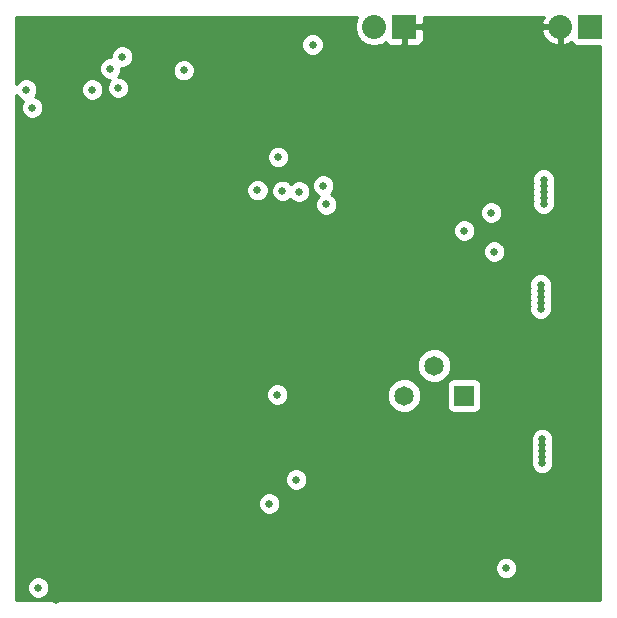
<source format=gbr>
G04 #@! TF.FileFunction,Copper,L3,Inr,Mixed*
%FSLAX46Y46*%
G04 Gerber Fmt 4.6, Leading zero omitted, Abs format (unit mm)*
G04 Created by KiCad (PCBNEW (2015-03-31 BZR 5561)-product) date Tue 28 Apr 2015 10:13:20 PM CDT*
%MOMM*%
G01*
G04 APERTURE LIST*
%ADD10C,0.100000*%
%ADD11C,1.651000*%
%ADD12R,1.651000X1.651000*%
%ADD13R,2.032000X2.032000*%
%ADD14O,2.032000X2.032000*%
%ADD15C,0.635000*%
%ADD16C,0.254000*%
G04 APERTURE END LIST*
D10*
D11*
X107696000Y-134366000D03*
X110236000Y-131826000D03*
D12*
X112776000Y-134366000D03*
D13*
X107696000Y-103124000D03*
D14*
X105156000Y-103124000D03*
D13*
X123444000Y-103124000D03*
D14*
X120904000Y-103124000D03*
D15*
X119380000Y-140081000D03*
X119380000Y-139573000D03*
X119380000Y-139065000D03*
X119380000Y-138557000D03*
X119380000Y-138049000D03*
X119253000Y-127000000D03*
X119253000Y-126492000D03*
X119253000Y-125984000D03*
X119253000Y-125476000D03*
X119253000Y-124968000D03*
X119507000Y-118110000D03*
X119507000Y-117602000D03*
X119507000Y-117094000D03*
X119507000Y-116586000D03*
X119507000Y-116078000D03*
X85344000Y-103124000D03*
X87615855Y-106665855D03*
X90424000Y-106934000D03*
X85598000Y-143764000D03*
X81534000Y-115570000D03*
X93472000Y-124968000D03*
X88392000Y-109728000D03*
X122174000Y-106934000D03*
X116078000Y-111506000D03*
X122174000Y-105918000D03*
X121158000Y-106934000D03*
X121158000Y-105918000D03*
X116332000Y-107950000D03*
X117016881Y-106757119D03*
X113792000Y-114300000D03*
X113792000Y-113284000D03*
X116078000Y-110236000D03*
X116078000Y-108966000D03*
X106426000Y-117856000D03*
X108458000Y-124206000D03*
X106426000Y-127508000D03*
X88646000Y-115570000D03*
X83820000Y-110236000D03*
X80518000Y-110490000D03*
X78232000Y-151638000D03*
X98806000Y-133350000D03*
X98806000Y-118872000D03*
X96012000Y-118872000D03*
X99314000Y-125476000D03*
X105156000Y-141478000D03*
X105156000Y-139446000D03*
X94996000Y-138430000D03*
X94996000Y-142494000D03*
X87630000Y-148844000D03*
X88392000Y-148082000D03*
X82550000Y-139192000D03*
X87376000Y-140462000D03*
X80772000Y-130810000D03*
X84836000Y-135382000D03*
X82296000Y-134112000D03*
X92964000Y-127508000D03*
X91186000Y-127000000D03*
X81824702Y-128270000D03*
X80010000Y-127000000D03*
X80010000Y-127762000D03*
X88392000Y-119126000D03*
X89408000Y-120142000D03*
X86868000Y-122428000D03*
X78232000Y-117348000D03*
X81788000Y-119380000D03*
X112522000Y-144780000D03*
X107188000Y-144526000D03*
X99822000Y-144018000D03*
X101600000Y-108712000D03*
X94867479Y-144387118D03*
X119380000Y-130556000D03*
X119380000Y-131064000D03*
X119380000Y-130048000D03*
X119380000Y-129540000D03*
X119380000Y-131572000D03*
X89916000Y-113792000D03*
X93980000Y-114554000D03*
X118872000Y-144399000D03*
X116332000Y-148971000D03*
X112776000Y-120396000D03*
X115316000Y-122174000D03*
X96951000Y-134289000D03*
X76708000Y-150622000D03*
X97028000Y-114173000D03*
X99951868Y-104648000D03*
X98806000Y-117094000D03*
X83479678Y-108318280D03*
X82804000Y-106680000D03*
X101092000Y-118173490D03*
X95274993Y-116972765D03*
X96266000Y-143510000D03*
X98552000Y-141478000D03*
X115062000Y-118872000D03*
X83820000Y-105664000D03*
X97396280Y-117043180D03*
X89045368Y-106816922D03*
X81280000Y-108458000D03*
X100838000Y-116586000D03*
X76200000Y-109982000D03*
X75692000Y-108458000D03*
D16*
G36*
X124283000Y-151715000D02*
X120777000Y-151715000D01*
X120777000Y-104610836D01*
X120777000Y-103251000D01*
X119416633Y-103251000D01*
X119298017Y-103506946D01*
X119566812Y-104092379D01*
X120039182Y-104530385D01*
X120521056Y-104729975D01*
X120777000Y-104610836D01*
X120777000Y-151715000D01*
X120459665Y-151715000D01*
X120459665Y-117921367D01*
X120432768Y-117856273D01*
X120459335Y-117792295D01*
X120459665Y-117413367D01*
X120432768Y-117348273D01*
X120459335Y-117284295D01*
X120459665Y-116905367D01*
X120432768Y-116840273D01*
X120459335Y-116776295D01*
X120459665Y-116397367D01*
X120432768Y-116332273D01*
X120459335Y-116268295D01*
X120459665Y-115889367D01*
X120314961Y-115539157D01*
X120047253Y-115270980D01*
X119697295Y-115125665D01*
X119318367Y-115125335D01*
X118968157Y-115270039D01*
X118699980Y-115537747D01*
X118554665Y-115887705D01*
X118554335Y-116266633D01*
X118581231Y-116331726D01*
X118554665Y-116395705D01*
X118554335Y-116774633D01*
X118581231Y-116839726D01*
X118554665Y-116903705D01*
X118554335Y-117282633D01*
X118581231Y-117347726D01*
X118554665Y-117411705D01*
X118554335Y-117790633D01*
X118581231Y-117855726D01*
X118554665Y-117919705D01*
X118554335Y-118298633D01*
X118699039Y-118648843D01*
X118966747Y-118917020D01*
X119316705Y-119062335D01*
X119695633Y-119062665D01*
X120045843Y-118917961D01*
X120314020Y-118650253D01*
X120459335Y-118300295D01*
X120459665Y-117921367D01*
X120459665Y-151715000D01*
X120332665Y-151715000D01*
X120332665Y-139892367D01*
X120305768Y-139827273D01*
X120332335Y-139763295D01*
X120332665Y-139384367D01*
X120305768Y-139319273D01*
X120332335Y-139255295D01*
X120332665Y-138876367D01*
X120305768Y-138811273D01*
X120332335Y-138747295D01*
X120332665Y-138368367D01*
X120305768Y-138303273D01*
X120332335Y-138239295D01*
X120332665Y-137860367D01*
X120205665Y-137553003D01*
X120205665Y-126811367D01*
X120178768Y-126746273D01*
X120205335Y-126682295D01*
X120205665Y-126303367D01*
X120178768Y-126238273D01*
X120205335Y-126174295D01*
X120205665Y-125795367D01*
X120178768Y-125730273D01*
X120205335Y-125666295D01*
X120205665Y-125287367D01*
X120178768Y-125222273D01*
X120205335Y-125158295D01*
X120205665Y-124779367D01*
X120060961Y-124429157D01*
X119793253Y-124160980D01*
X119443295Y-124015665D01*
X119064367Y-124015335D01*
X118714157Y-124160039D01*
X118445980Y-124427747D01*
X118300665Y-124777705D01*
X118300335Y-125156633D01*
X118327231Y-125221726D01*
X118300665Y-125285705D01*
X118300335Y-125664633D01*
X118327231Y-125729726D01*
X118300665Y-125793705D01*
X118300335Y-126172633D01*
X118327231Y-126237726D01*
X118300665Y-126301705D01*
X118300335Y-126680633D01*
X118327231Y-126745726D01*
X118300665Y-126809705D01*
X118300335Y-127188633D01*
X118445039Y-127538843D01*
X118712747Y-127807020D01*
X119062705Y-127952335D01*
X119441633Y-127952665D01*
X119791843Y-127807961D01*
X120060020Y-127540253D01*
X120205335Y-127190295D01*
X120205665Y-126811367D01*
X120205665Y-137553003D01*
X120187961Y-137510157D01*
X119920253Y-137241980D01*
X119570295Y-137096665D01*
X119191367Y-137096335D01*
X118841157Y-137241039D01*
X118572980Y-137508747D01*
X118427665Y-137858705D01*
X118427335Y-138237633D01*
X118454231Y-138302726D01*
X118427665Y-138366705D01*
X118427335Y-138745633D01*
X118454231Y-138810726D01*
X118427665Y-138874705D01*
X118427335Y-139253633D01*
X118454231Y-139318726D01*
X118427665Y-139382705D01*
X118427335Y-139761633D01*
X118454231Y-139826726D01*
X118427665Y-139890705D01*
X118427335Y-140269633D01*
X118572039Y-140619843D01*
X118839747Y-140888020D01*
X119189705Y-141033335D01*
X119568633Y-141033665D01*
X119918843Y-140888961D01*
X120187020Y-140621253D01*
X120332335Y-140271295D01*
X120332665Y-139892367D01*
X120332665Y-151715000D01*
X117284665Y-151715000D01*
X117284665Y-148782367D01*
X117139961Y-148432157D01*
X116872253Y-148163980D01*
X116522295Y-148018665D01*
X116268665Y-148018444D01*
X116268665Y-121985367D01*
X116123961Y-121635157D01*
X116014665Y-121525669D01*
X116014665Y-118683367D01*
X115869961Y-118333157D01*
X115602253Y-118064980D01*
X115252295Y-117919665D01*
X114873367Y-117919335D01*
X114523157Y-118064039D01*
X114254980Y-118331747D01*
X114109665Y-118681705D01*
X114109335Y-119060633D01*
X114254039Y-119410843D01*
X114521747Y-119679020D01*
X114871705Y-119824335D01*
X115250633Y-119824665D01*
X115600843Y-119679961D01*
X115869020Y-119412253D01*
X116014335Y-119062295D01*
X116014665Y-118683367D01*
X116014665Y-121525669D01*
X115856253Y-121366980D01*
X115506295Y-121221665D01*
X115127367Y-121221335D01*
X114777157Y-121366039D01*
X114508980Y-121633747D01*
X114363665Y-121983705D01*
X114363335Y-122362633D01*
X114508039Y-122712843D01*
X114775747Y-122981020D01*
X115125705Y-123126335D01*
X115504633Y-123126665D01*
X115854843Y-122981961D01*
X116123020Y-122714253D01*
X116268335Y-122364295D01*
X116268665Y-121985367D01*
X116268665Y-148018444D01*
X116143367Y-148018335D01*
X115793157Y-148163039D01*
X115524980Y-148430747D01*
X115379665Y-148780705D01*
X115379335Y-149159633D01*
X115524039Y-149509843D01*
X115791747Y-149778020D01*
X116141705Y-149923335D01*
X116520633Y-149923665D01*
X116870843Y-149778961D01*
X117139020Y-149511253D01*
X117284335Y-149161295D01*
X117284665Y-148782367D01*
X117284665Y-151715000D01*
X114248940Y-151715000D01*
X114248940Y-135191500D01*
X114248940Y-133540500D01*
X114201963Y-133298377D01*
X114062173Y-133085573D01*
X113851140Y-132943123D01*
X113728665Y-132918561D01*
X113728665Y-120207367D01*
X113583961Y-119857157D01*
X113316253Y-119588980D01*
X112966295Y-119443665D01*
X112587367Y-119443335D01*
X112237157Y-119588039D01*
X111968980Y-119855747D01*
X111823665Y-120205705D01*
X111823335Y-120584633D01*
X111968039Y-120934843D01*
X112235747Y-121203020D01*
X112585705Y-121348335D01*
X112964633Y-121348665D01*
X113314843Y-121203961D01*
X113583020Y-120936253D01*
X113728335Y-120586295D01*
X113728665Y-120207367D01*
X113728665Y-132918561D01*
X113601500Y-132893060D01*
X111950500Y-132893060D01*
X111708377Y-132940037D01*
X111696753Y-132947672D01*
X111696753Y-131536763D01*
X111474874Y-130999774D01*
X111064387Y-130588570D01*
X110527786Y-130365754D01*
X109946763Y-130365247D01*
X109409774Y-130587126D01*
X109347000Y-130649790D01*
X109347000Y-104266309D01*
X109347000Y-103409750D01*
X109188250Y-103251000D01*
X107823000Y-103251000D01*
X107823000Y-104616250D01*
X107981750Y-104775000D01*
X108585691Y-104775000D01*
X108838310Y-104775000D01*
X109071699Y-104678327D01*
X109250327Y-104499698D01*
X109347000Y-104266309D01*
X109347000Y-130649790D01*
X108998570Y-130997613D01*
X108775754Y-131534214D01*
X108775247Y-132115237D01*
X108997126Y-132652226D01*
X109407613Y-133063430D01*
X109944214Y-133286246D01*
X110525237Y-133286753D01*
X111062226Y-133064874D01*
X111473430Y-132654387D01*
X111696246Y-132117786D01*
X111696753Y-131536763D01*
X111696753Y-132947672D01*
X111495573Y-133079827D01*
X111353123Y-133290860D01*
X111303060Y-133540500D01*
X111303060Y-135191500D01*
X111350037Y-135433623D01*
X111489827Y-135646427D01*
X111700860Y-135788877D01*
X111950500Y-135838940D01*
X113601500Y-135838940D01*
X113843623Y-135791963D01*
X114056427Y-135652173D01*
X114198877Y-135441140D01*
X114248940Y-135191500D01*
X114248940Y-151715000D01*
X109156753Y-151715000D01*
X109156753Y-134076763D01*
X108934874Y-133539774D01*
X108524387Y-133128570D01*
X107987786Y-132905754D01*
X107406763Y-132905247D01*
X106869774Y-133127126D01*
X106458570Y-133537613D01*
X106235754Y-134074214D01*
X106235247Y-134655237D01*
X106457126Y-135192226D01*
X106867613Y-135603430D01*
X107404214Y-135826246D01*
X107985237Y-135826753D01*
X108522226Y-135604874D01*
X108933430Y-135194387D01*
X109156246Y-134657786D01*
X109156753Y-134076763D01*
X109156753Y-151715000D01*
X102044665Y-151715000D01*
X102044665Y-117984857D01*
X101899961Y-117634647D01*
X101632253Y-117366470D01*
X101471323Y-117299646D01*
X101645020Y-117126253D01*
X101790335Y-116776295D01*
X101790665Y-116397367D01*
X101645961Y-116047157D01*
X101378253Y-115778980D01*
X101028295Y-115633665D01*
X100904533Y-115633557D01*
X100904533Y-104459367D01*
X100759829Y-104109157D01*
X100492121Y-103840980D01*
X100142163Y-103695665D01*
X99763235Y-103695335D01*
X99413025Y-103840039D01*
X99144848Y-104107747D01*
X98999533Y-104457705D01*
X98999203Y-104836633D01*
X99143907Y-105186843D01*
X99411615Y-105455020D01*
X99761573Y-105600335D01*
X100140501Y-105600665D01*
X100490711Y-105455961D01*
X100758888Y-105188253D01*
X100904203Y-104838295D01*
X100904533Y-104459367D01*
X100904533Y-115633557D01*
X100649367Y-115633335D01*
X100299157Y-115778039D01*
X100030980Y-116045747D01*
X99885665Y-116395705D01*
X99885335Y-116774633D01*
X100030039Y-117124843D01*
X100297747Y-117393020D01*
X100458676Y-117459843D01*
X100284980Y-117633237D01*
X100139665Y-117983195D01*
X100139335Y-118362123D01*
X100284039Y-118712333D01*
X100551747Y-118980510D01*
X100901705Y-119125825D01*
X101280633Y-119126155D01*
X101630843Y-118981451D01*
X101899020Y-118713743D01*
X102044335Y-118363785D01*
X102044665Y-117984857D01*
X102044665Y-151715000D01*
X99758665Y-151715000D01*
X99758665Y-116905367D01*
X99613961Y-116555157D01*
X99346253Y-116286980D01*
X98996295Y-116141665D01*
X98617367Y-116141335D01*
X98267157Y-116286039D01*
X98126495Y-116426454D01*
X97980665Y-116280369D01*
X97980665Y-113984367D01*
X97835961Y-113634157D01*
X97568253Y-113365980D01*
X97218295Y-113220665D01*
X96839367Y-113220335D01*
X96489157Y-113365039D01*
X96220980Y-113632747D01*
X96075665Y-113982705D01*
X96075335Y-114361633D01*
X96220039Y-114711843D01*
X96487747Y-114980020D01*
X96837705Y-115125335D01*
X97216633Y-115125665D01*
X97566843Y-114980961D01*
X97835020Y-114713253D01*
X97980335Y-114363295D01*
X97980665Y-113984367D01*
X97980665Y-116280369D01*
X97936533Y-116236160D01*
X97586575Y-116090845D01*
X97207647Y-116090515D01*
X96857437Y-116235219D01*
X96589260Y-116502927D01*
X96443945Y-116852885D01*
X96443615Y-117231813D01*
X96588319Y-117582023D01*
X96856027Y-117850200D01*
X97205985Y-117995515D01*
X97584913Y-117995845D01*
X97935123Y-117851141D01*
X98075784Y-117710725D01*
X98265747Y-117901020D01*
X98615705Y-118046335D01*
X98994633Y-118046665D01*
X99344843Y-117901961D01*
X99613020Y-117634253D01*
X99758335Y-117284295D01*
X99758665Y-116905367D01*
X99758665Y-151715000D01*
X99504665Y-151715000D01*
X99504665Y-141289367D01*
X99359961Y-140939157D01*
X99092253Y-140670980D01*
X98742295Y-140525665D01*
X98363367Y-140525335D01*
X98013157Y-140670039D01*
X97903665Y-140779339D01*
X97903665Y-134100367D01*
X97758961Y-133750157D01*
X97491253Y-133481980D01*
X97141295Y-133336665D01*
X96762367Y-133336335D01*
X96412157Y-133481039D01*
X96227658Y-133665215D01*
X96227658Y-116784132D01*
X96082954Y-116433922D01*
X95815246Y-116165745D01*
X95465288Y-116020430D01*
X95086360Y-116020100D01*
X94736150Y-116164804D01*
X94467973Y-116432512D01*
X94322658Y-116782470D01*
X94322328Y-117161398D01*
X94467032Y-117511608D01*
X94734740Y-117779785D01*
X95084698Y-117925100D01*
X95463626Y-117925430D01*
X95813836Y-117780726D01*
X96082013Y-117513018D01*
X96227328Y-117163060D01*
X96227658Y-116784132D01*
X96227658Y-133665215D01*
X96143980Y-133748747D01*
X95998665Y-134098705D01*
X95998335Y-134477633D01*
X96143039Y-134827843D01*
X96410747Y-135096020D01*
X96760705Y-135241335D01*
X97139633Y-135241665D01*
X97489843Y-135096961D01*
X97758020Y-134829253D01*
X97903335Y-134479295D01*
X97903665Y-134100367D01*
X97903665Y-140779339D01*
X97744980Y-140937747D01*
X97599665Y-141287705D01*
X97599335Y-141666633D01*
X97744039Y-142016843D01*
X98011747Y-142285020D01*
X98361705Y-142430335D01*
X98740633Y-142430665D01*
X99090843Y-142285961D01*
X99359020Y-142018253D01*
X99504335Y-141668295D01*
X99504665Y-141289367D01*
X99504665Y-151715000D01*
X97218665Y-151715000D01*
X97218665Y-143321367D01*
X97073961Y-142971157D01*
X96806253Y-142702980D01*
X96456295Y-142557665D01*
X96077367Y-142557335D01*
X95727157Y-142702039D01*
X95458980Y-142969747D01*
X95313665Y-143319705D01*
X95313335Y-143698633D01*
X95458039Y-144048843D01*
X95725747Y-144317020D01*
X96075705Y-144462335D01*
X96454633Y-144462665D01*
X96804843Y-144317961D01*
X97073020Y-144050253D01*
X97218335Y-143700295D01*
X97218665Y-143321367D01*
X97218665Y-151715000D01*
X89998033Y-151715000D01*
X89998033Y-106628289D01*
X89853329Y-106278079D01*
X89585621Y-106009902D01*
X89235663Y-105864587D01*
X88856735Y-105864257D01*
X88506525Y-106008961D01*
X88238348Y-106276669D01*
X88093033Y-106626627D01*
X88092703Y-107005555D01*
X88237407Y-107355765D01*
X88505115Y-107623942D01*
X88855073Y-107769257D01*
X89234001Y-107769587D01*
X89584211Y-107624883D01*
X89852388Y-107357175D01*
X89997703Y-107007217D01*
X89998033Y-106628289D01*
X89998033Y-151715000D01*
X84772665Y-151715000D01*
X84772665Y-105475367D01*
X84627961Y-105125157D01*
X84360253Y-104856980D01*
X84010295Y-104711665D01*
X83631367Y-104711335D01*
X83281157Y-104856039D01*
X83012980Y-105123747D01*
X82867665Y-105473705D01*
X82867443Y-105727554D01*
X82615367Y-105727335D01*
X82265157Y-105872039D01*
X81996980Y-106139747D01*
X81851665Y-106489705D01*
X81851335Y-106868633D01*
X81996039Y-107218843D01*
X82263747Y-107487020D01*
X82613705Y-107632335D01*
X82818426Y-107632513D01*
X82672658Y-107778027D01*
X82527343Y-108127985D01*
X82527013Y-108506913D01*
X82671717Y-108857123D01*
X82939425Y-109125300D01*
X83289383Y-109270615D01*
X83668311Y-109270945D01*
X84018521Y-109126241D01*
X84286698Y-108858533D01*
X84432013Y-108508575D01*
X84432343Y-108129647D01*
X84287639Y-107779437D01*
X84019931Y-107511260D01*
X83669973Y-107365945D01*
X83465251Y-107365766D01*
X83611020Y-107220253D01*
X83756335Y-106870295D01*
X83756556Y-106616445D01*
X84008633Y-106616665D01*
X84358843Y-106471961D01*
X84627020Y-106204253D01*
X84772335Y-105854295D01*
X84772665Y-105475367D01*
X84772665Y-151715000D01*
X82232665Y-151715000D01*
X82232665Y-108269367D01*
X82087961Y-107919157D01*
X81820253Y-107650980D01*
X81470295Y-107505665D01*
X81091367Y-107505335D01*
X80741157Y-107650039D01*
X80472980Y-107917747D01*
X80327665Y-108267705D01*
X80327335Y-108646633D01*
X80472039Y-108996843D01*
X80739747Y-109265020D01*
X81089705Y-109410335D01*
X81468633Y-109410665D01*
X81818843Y-109265961D01*
X82087020Y-108998253D01*
X82232335Y-108648295D01*
X82232665Y-108269367D01*
X82232665Y-151715000D01*
X77660665Y-151715000D01*
X77660665Y-150433367D01*
X77515961Y-150083157D01*
X77248253Y-149814980D01*
X76898295Y-149669665D01*
X76519367Y-149669335D01*
X76169157Y-149814039D01*
X75900980Y-150081747D01*
X75755665Y-150431705D01*
X75755335Y-150810633D01*
X75900039Y-151160843D01*
X76167747Y-151429020D01*
X76517705Y-151574335D01*
X76896633Y-151574665D01*
X77246843Y-151429961D01*
X77515020Y-151162253D01*
X77660335Y-150812295D01*
X77660665Y-150433367D01*
X77660665Y-151715000D01*
X74853000Y-151715000D01*
X74853000Y-108921722D01*
X74884039Y-108996843D01*
X75151747Y-109265020D01*
X75447142Y-109387678D01*
X75392980Y-109441747D01*
X75247665Y-109791705D01*
X75247335Y-110170633D01*
X75392039Y-110520843D01*
X75659747Y-110789020D01*
X76009705Y-110934335D01*
X76388633Y-110934665D01*
X76738843Y-110789961D01*
X77007020Y-110522253D01*
X77152335Y-110172295D01*
X77152665Y-109793367D01*
X77007961Y-109443157D01*
X76740253Y-109174980D01*
X76444857Y-109052321D01*
X76499020Y-108998253D01*
X76644335Y-108648295D01*
X76644665Y-108269367D01*
X76499961Y-107919157D01*
X76232253Y-107650980D01*
X75882295Y-107505665D01*
X75503367Y-107505335D01*
X75153157Y-107650039D01*
X74884980Y-107917747D01*
X74853000Y-107994763D01*
X74853000Y-102285000D01*
X103747502Y-102285000D01*
X103630675Y-102459845D01*
X103505000Y-103091655D01*
X103505000Y-103156345D01*
X103630675Y-103788155D01*
X103988567Y-104323778D01*
X104524190Y-104681670D01*
X105156000Y-104807345D01*
X105787810Y-104681670D01*
X106124001Y-104457034D01*
X106141673Y-104499698D01*
X106320301Y-104678327D01*
X106553690Y-104775000D01*
X106806309Y-104775000D01*
X107410250Y-104775000D01*
X107569000Y-104616250D01*
X107569000Y-103251000D01*
X107549000Y-103251000D01*
X107549000Y-102997000D01*
X107569000Y-102997000D01*
X107569000Y-102977000D01*
X107823000Y-102977000D01*
X107823000Y-102997000D01*
X109188250Y-102997000D01*
X109347000Y-102838250D01*
X109347000Y-102285000D01*
X119507409Y-102285000D01*
X119298017Y-102741054D01*
X119416633Y-102997000D01*
X120777000Y-102997000D01*
X120777000Y-102977000D01*
X121031000Y-102977000D01*
X121031000Y-102997000D01*
X121051000Y-102997000D01*
X121051000Y-103251000D01*
X121031000Y-103251000D01*
X121031000Y-104610836D01*
X121286944Y-104729975D01*
X121768818Y-104530385D01*
X121865835Y-104440425D01*
X121967327Y-104594927D01*
X122178360Y-104737377D01*
X122428000Y-104787440D01*
X124283000Y-104787440D01*
X124283000Y-151715000D01*
X124283000Y-151715000D01*
G37*
X124283000Y-151715000D02*
X120777000Y-151715000D01*
X120777000Y-104610836D01*
X120777000Y-103251000D01*
X119416633Y-103251000D01*
X119298017Y-103506946D01*
X119566812Y-104092379D01*
X120039182Y-104530385D01*
X120521056Y-104729975D01*
X120777000Y-104610836D01*
X120777000Y-151715000D01*
X120459665Y-151715000D01*
X120459665Y-117921367D01*
X120432768Y-117856273D01*
X120459335Y-117792295D01*
X120459665Y-117413367D01*
X120432768Y-117348273D01*
X120459335Y-117284295D01*
X120459665Y-116905367D01*
X120432768Y-116840273D01*
X120459335Y-116776295D01*
X120459665Y-116397367D01*
X120432768Y-116332273D01*
X120459335Y-116268295D01*
X120459665Y-115889367D01*
X120314961Y-115539157D01*
X120047253Y-115270980D01*
X119697295Y-115125665D01*
X119318367Y-115125335D01*
X118968157Y-115270039D01*
X118699980Y-115537747D01*
X118554665Y-115887705D01*
X118554335Y-116266633D01*
X118581231Y-116331726D01*
X118554665Y-116395705D01*
X118554335Y-116774633D01*
X118581231Y-116839726D01*
X118554665Y-116903705D01*
X118554335Y-117282633D01*
X118581231Y-117347726D01*
X118554665Y-117411705D01*
X118554335Y-117790633D01*
X118581231Y-117855726D01*
X118554665Y-117919705D01*
X118554335Y-118298633D01*
X118699039Y-118648843D01*
X118966747Y-118917020D01*
X119316705Y-119062335D01*
X119695633Y-119062665D01*
X120045843Y-118917961D01*
X120314020Y-118650253D01*
X120459335Y-118300295D01*
X120459665Y-117921367D01*
X120459665Y-151715000D01*
X120332665Y-151715000D01*
X120332665Y-139892367D01*
X120305768Y-139827273D01*
X120332335Y-139763295D01*
X120332665Y-139384367D01*
X120305768Y-139319273D01*
X120332335Y-139255295D01*
X120332665Y-138876367D01*
X120305768Y-138811273D01*
X120332335Y-138747295D01*
X120332665Y-138368367D01*
X120305768Y-138303273D01*
X120332335Y-138239295D01*
X120332665Y-137860367D01*
X120205665Y-137553003D01*
X120205665Y-126811367D01*
X120178768Y-126746273D01*
X120205335Y-126682295D01*
X120205665Y-126303367D01*
X120178768Y-126238273D01*
X120205335Y-126174295D01*
X120205665Y-125795367D01*
X120178768Y-125730273D01*
X120205335Y-125666295D01*
X120205665Y-125287367D01*
X120178768Y-125222273D01*
X120205335Y-125158295D01*
X120205665Y-124779367D01*
X120060961Y-124429157D01*
X119793253Y-124160980D01*
X119443295Y-124015665D01*
X119064367Y-124015335D01*
X118714157Y-124160039D01*
X118445980Y-124427747D01*
X118300665Y-124777705D01*
X118300335Y-125156633D01*
X118327231Y-125221726D01*
X118300665Y-125285705D01*
X118300335Y-125664633D01*
X118327231Y-125729726D01*
X118300665Y-125793705D01*
X118300335Y-126172633D01*
X118327231Y-126237726D01*
X118300665Y-126301705D01*
X118300335Y-126680633D01*
X118327231Y-126745726D01*
X118300665Y-126809705D01*
X118300335Y-127188633D01*
X118445039Y-127538843D01*
X118712747Y-127807020D01*
X119062705Y-127952335D01*
X119441633Y-127952665D01*
X119791843Y-127807961D01*
X120060020Y-127540253D01*
X120205335Y-127190295D01*
X120205665Y-126811367D01*
X120205665Y-137553003D01*
X120187961Y-137510157D01*
X119920253Y-137241980D01*
X119570295Y-137096665D01*
X119191367Y-137096335D01*
X118841157Y-137241039D01*
X118572980Y-137508747D01*
X118427665Y-137858705D01*
X118427335Y-138237633D01*
X118454231Y-138302726D01*
X118427665Y-138366705D01*
X118427335Y-138745633D01*
X118454231Y-138810726D01*
X118427665Y-138874705D01*
X118427335Y-139253633D01*
X118454231Y-139318726D01*
X118427665Y-139382705D01*
X118427335Y-139761633D01*
X118454231Y-139826726D01*
X118427665Y-139890705D01*
X118427335Y-140269633D01*
X118572039Y-140619843D01*
X118839747Y-140888020D01*
X119189705Y-141033335D01*
X119568633Y-141033665D01*
X119918843Y-140888961D01*
X120187020Y-140621253D01*
X120332335Y-140271295D01*
X120332665Y-139892367D01*
X120332665Y-151715000D01*
X117284665Y-151715000D01*
X117284665Y-148782367D01*
X117139961Y-148432157D01*
X116872253Y-148163980D01*
X116522295Y-148018665D01*
X116268665Y-148018444D01*
X116268665Y-121985367D01*
X116123961Y-121635157D01*
X116014665Y-121525669D01*
X116014665Y-118683367D01*
X115869961Y-118333157D01*
X115602253Y-118064980D01*
X115252295Y-117919665D01*
X114873367Y-117919335D01*
X114523157Y-118064039D01*
X114254980Y-118331747D01*
X114109665Y-118681705D01*
X114109335Y-119060633D01*
X114254039Y-119410843D01*
X114521747Y-119679020D01*
X114871705Y-119824335D01*
X115250633Y-119824665D01*
X115600843Y-119679961D01*
X115869020Y-119412253D01*
X116014335Y-119062295D01*
X116014665Y-118683367D01*
X116014665Y-121525669D01*
X115856253Y-121366980D01*
X115506295Y-121221665D01*
X115127367Y-121221335D01*
X114777157Y-121366039D01*
X114508980Y-121633747D01*
X114363665Y-121983705D01*
X114363335Y-122362633D01*
X114508039Y-122712843D01*
X114775747Y-122981020D01*
X115125705Y-123126335D01*
X115504633Y-123126665D01*
X115854843Y-122981961D01*
X116123020Y-122714253D01*
X116268335Y-122364295D01*
X116268665Y-121985367D01*
X116268665Y-148018444D01*
X116143367Y-148018335D01*
X115793157Y-148163039D01*
X115524980Y-148430747D01*
X115379665Y-148780705D01*
X115379335Y-149159633D01*
X115524039Y-149509843D01*
X115791747Y-149778020D01*
X116141705Y-149923335D01*
X116520633Y-149923665D01*
X116870843Y-149778961D01*
X117139020Y-149511253D01*
X117284335Y-149161295D01*
X117284665Y-148782367D01*
X117284665Y-151715000D01*
X114248940Y-151715000D01*
X114248940Y-135191500D01*
X114248940Y-133540500D01*
X114201963Y-133298377D01*
X114062173Y-133085573D01*
X113851140Y-132943123D01*
X113728665Y-132918561D01*
X113728665Y-120207367D01*
X113583961Y-119857157D01*
X113316253Y-119588980D01*
X112966295Y-119443665D01*
X112587367Y-119443335D01*
X112237157Y-119588039D01*
X111968980Y-119855747D01*
X111823665Y-120205705D01*
X111823335Y-120584633D01*
X111968039Y-120934843D01*
X112235747Y-121203020D01*
X112585705Y-121348335D01*
X112964633Y-121348665D01*
X113314843Y-121203961D01*
X113583020Y-120936253D01*
X113728335Y-120586295D01*
X113728665Y-120207367D01*
X113728665Y-132918561D01*
X113601500Y-132893060D01*
X111950500Y-132893060D01*
X111708377Y-132940037D01*
X111696753Y-132947672D01*
X111696753Y-131536763D01*
X111474874Y-130999774D01*
X111064387Y-130588570D01*
X110527786Y-130365754D01*
X109946763Y-130365247D01*
X109409774Y-130587126D01*
X109347000Y-130649790D01*
X109347000Y-104266309D01*
X109347000Y-103409750D01*
X109188250Y-103251000D01*
X107823000Y-103251000D01*
X107823000Y-104616250D01*
X107981750Y-104775000D01*
X108585691Y-104775000D01*
X108838310Y-104775000D01*
X109071699Y-104678327D01*
X109250327Y-104499698D01*
X109347000Y-104266309D01*
X109347000Y-130649790D01*
X108998570Y-130997613D01*
X108775754Y-131534214D01*
X108775247Y-132115237D01*
X108997126Y-132652226D01*
X109407613Y-133063430D01*
X109944214Y-133286246D01*
X110525237Y-133286753D01*
X111062226Y-133064874D01*
X111473430Y-132654387D01*
X111696246Y-132117786D01*
X111696753Y-131536763D01*
X111696753Y-132947672D01*
X111495573Y-133079827D01*
X111353123Y-133290860D01*
X111303060Y-133540500D01*
X111303060Y-135191500D01*
X111350037Y-135433623D01*
X111489827Y-135646427D01*
X111700860Y-135788877D01*
X111950500Y-135838940D01*
X113601500Y-135838940D01*
X113843623Y-135791963D01*
X114056427Y-135652173D01*
X114198877Y-135441140D01*
X114248940Y-135191500D01*
X114248940Y-151715000D01*
X109156753Y-151715000D01*
X109156753Y-134076763D01*
X108934874Y-133539774D01*
X108524387Y-133128570D01*
X107987786Y-132905754D01*
X107406763Y-132905247D01*
X106869774Y-133127126D01*
X106458570Y-133537613D01*
X106235754Y-134074214D01*
X106235247Y-134655237D01*
X106457126Y-135192226D01*
X106867613Y-135603430D01*
X107404214Y-135826246D01*
X107985237Y-135826753D01*
X108522226Y-135604874D01*
X108933430Y-135194387D01*
X109156246Y-134657786D01*
X109156753Y-134076763D01*
X109156753Y-151715000D01*
X102044665Y-151715000D01*
X102044665Y-117984857D01*
X101899961Y-117634647D01*
X101632253Y-117366470D01*
X101471323Y-117299646D01*
X101645020Y-117126253D01*
X101790335Y-116776295D01*
X101790665Y-116397367D01*
X101645961Y-116047157D01*
X101378253Y-115778980D01*
X101028295Y-115633665D01*
X100904533Y-115633557D01*
X100904533Y-104459367D01*
X100759829Y-104109157D01*
X100492121Y-103840980D01*
X100142163Y-103695665D01*
X99763235Y-103695335D01*
X99413025Y-103840039D01*
X99144848Y-104107747D01*
X98999533Y-104457705D01*
X98999203Y-104836633D01*
X99143907Y-105186843D01*
X99411615Y-105455020D01*
X99761573Y-105600335D01*
X100140501Y-105600665D01*
X100490711Y-105455961D01*
X100758888Y-105188253D01*
X100904203Y-104838295D01*
X100904533Y-104459367D01*
X100904533Y-115633557D01*
X100649367Y-115633335D01*
X100299157Y-115778039D01*
X100030980Y-116045747D01*
X99885665Y-116395705D01*
X99885335Y-116774633D01*
X100030039Y-117124843D01*
X100297747Y-117393020D01*
X100458676Y-117459843D01*
X100284980Y-117633237D01*
X100139665Y-117983195D01*
X100139335Y-118362123D01*
X100284039Y-118712333D01*
X100551747Y-118980510D01*
X100901705Y-119125825D01*
X101280633Y-119126155D01*
X101630843Y-118981451D01*
X101899020Y-118713743D01*
X102044335Y-118363785D01*
X102044665Y-117984857D01*
X102044665Y-151715000D01*
X99758665Y-151715000D01*
X99758665Y-116905367D01*
X99613961Y-116555157D01*
X99346253Y-116286980D01*
X98996295Y-116141665D01*
X98617367Y-116141335D01*
X98267157Y-116286039D01*
X98126495Y-116426454D01*
X97980665Y-116280369D01*
X97980665Y-113984367D01*
X97835961Y-113634157D01*
X97568253Y-113365980D01*
X97218295Y-113220665D01*
X96839367Y-113220335D01*
X96489157Y-113365039D01*
X96220980Y-113632747D01*
X96075665Y-113982705D01*
X96075335Y-114361633D01*
X96220039Y-114711843D01*
X96487747Y-114980020D01*
X96837705Y-115125335D01*
X97216633Y-115125665D01*
X97566843Y-114980961D01*
X97835020Y-114713253D01*
X97980335Y-114363295D01*
X97980665Y-113984367D01*
X97980665Y-116280369D01*
X97936533Y-116236160D01*
X97586575Y-116090845D01*
X97207647Y-116090515D01*
X96857437Y-116235219D01*
X96589260Y-116502927D01*
X96443945Y-116852885D01*
X96443615Y-117231813D01*
X96588319Y-117582023D01*
X96856027Y-117850200D01*
X97205985Y-117995515D01*
X97584913Y-117995845D01*
X97935123Y-117851141D01*
X98075784Y-117710725D01*
X98265747Y-117901020D01*
X98615705Y-118046335D01*
X98994633Y-118046665D01*
X99344843Y-117901961D01*
X99613020Y-117634253D01*
X99758335Y-117284295D01*
X99758665Y-116905367D01*
X99758665Y-151715000D01*
X99504665Y-151715000D01*
X99504665Y-141289367D01*
X99359961Y-140939157D01*
X99092253Y-140670980D01*
X98742295Y-140525665D01*
X98363367Y-140525335D01*
X98013157Y-140670039D01*
X97903665Y-140779339D01*
X97903665Y-134100367D01*
X97758961Y-133750157D01*
X97491253Y-133481980D01*
X97141295Y-133336665D01*
X96762367Y-133336335D01*
X96412157Y-133481039D01*
X96227658Y-133665215D01*
X96227658Y-116784132D01*
X96082954Y-116433922D01*
X95815246Y-116165745D01*
X95465288Y-116020430D01*
X95086360Y-116020100D01*
X94736150Y-116164804D01*
X94467973Y-116432512D01*
X94322658Y-116782470D01*
X94322328Y-117161398D01*
X94467032Y-117511608D01*
X94734740Y-117779785D01*
X95084698Y-117925100D01*
X95463626Y-117925430D01*
X95813836Y-117780726D01*
X96082013Y-117513018D01*
X96227328Y-117163060D01*
X96227658Y-116784132D01*
X96227658Y-133665215D01*
X96143980Y-133748747D01*
X95998665Y-134098705D01*
X95998335Y-134477633D01*
X96143039Y-134827843D01*
X96410747Y-135096020D01*
X96760705Y-135241335D01*
X97139633Y-135241665D01*
X97489843Y-135096961D01*
X97758020Y-134829253D01*
X97903335Y-134479295D01*
X97903665Y-134100367D01*
X97903665Y-140779339D01*
X97744980Y-140937747D01*
X97599665Y-141287705D01*
X97599335Y-141666633D01*
X97744039Y-142016843D01*
X98011747Y-142285020D01*
X98361705Y-142430335D01*
X98740633Y-142430665D01*
X99090843Y-142285961D01*
X99359020Y-142018253D01*
X99504335Y-141668295D01*
X99504665Y-141289367D01*
X99504665Y-151715000D01*
X97218665Y-151715000D01*
X97218665Y-143321367D01*
X97073961Y-142971157D01*
X96806253Y-142702980D01*
X96456295Y-142557665D01*
X96077367Y-142557335D01*
X95727157Y-142702039D01*
X95458980Y-142969747D01*
X95313665Y-143319705D01*
X95313335Y-143698633D01*
X95458039Y-144048843D01*
X95725747Y-144317020D01*
X96075705Y-144462335D01*
X96454633Y-144462665D01*
X96804843Y-144317961D01*
X97073020Y-144050253D01*
X97218335Y-143700295D01*
X97218665Y-143321367D01*
X97218665Y-151715000D01*
X89998033Y-151715000D01*
X89998033Y-106628289D01*
X89853329Y-106278079D01*
X89585621Y-106009902D01*
X89235663Y-105864587D01*
X88856735Y-105864257D01*
X88506525Y-106008961D01*
X88238348Y-106276669D01*
X88093033Y-106626627D01*
X88092703Y-107005555D01*
X88237407Y-107355765D01*
X88505115Y-107623942D01*
X88855073Y-107769257D01*
X89234001Y-107769587D01*
X89584211Y-107624883D01*
X89852388Y-107357175D01*
X89997703Y-107007217D01*
X89998033Y-106628289D01*
X89998033Y-151715000D01*
X84772665Y-151715000D01*
X84772665Y-105475367D01*
X84627961Y-105125157D01*
X84360253Y-104856980D01*
X84010295Y-104711665D01*
X83631367Y-104711335D01*
X83281157Y-104856039D01*
X83012980Y-105123747D01*
X82867665Y-105473705D01*
X82867443Y-105727554D01*
X82615367Y-105727335D01*
X82265157Y-105872039D01*
X81996980Y-106139747D01*
X81851665Y-106489705D01*
X81851335Y-106868633D01*
X81996039Y-107218843D01*
X82263747Y-107487020D01*
X82613705Y-107632335D01*
X82818426Y-107632513D01*
X82672658Y-107778027D01*
X82527343Y-108127985D01*
X82527013Y-108506913D01*
X82671717Y-108857123D01*
X82939425Y-109125300D01*
X83289383Y-109270615D01*
X83668311Y-109270945D01*
X84018521Y-109126241D01*
X84286698Y-108858533D01*
X84432013Y-108508575D01*
X84432343Y-108129647D01*
X84287639Y-107779437D01*
X84019931Y-107511260D01*
X83669973Y-107365945D01*
X83465251Y-107365766D01*
X83611020Y-107220253D01*
X83756335Y-106870295D01*
X83756556Y-106616445D01*
X84008633Y-106616665D01*
X84358843Y-106471961D01*
X84627020Y-106204253D01*
X84772335Y-105854295D01*
X84772665Y-105475367D01*
X84772665Y-151715000D01*
X82232665Y-151715000D01*
X82232665Y-108269367D01*
X82087961Y-107919157D01*
X81820253Y-107650980D01*
X81470295Y-107505665D01*
X81091367Y-107505335D01*
X80741157Y-107650039D01*
X80472980Y-107917747D01*
X80327665Y-108267705D01*
X80327335Y-108646633D01*
X80472039Y-108996843D01*
X80739747Y-109265020D01*
X81089705Y-109410335D01*
X81468633Y-109410665D01*
X81818843Y-109265961D01*
X82087020Y-108998253D01*
X82232335Y-108648295D01*
X82232665Y-108269367D01*
X82232665Y-151715000D01*
X77660665Y-151715000D01*
X77660665Y-150433367D01*
X77515961Y-150083157D01*
X77248253Y-149814980D01*
X76898295Y-149669665D01*
X76519367Y-149669335D01*
X76169157Y-149814039D01*
X75900980Y-150081747D01*
X75755665Y-150431705D01*
X75755335Y-150810633D01*
X75900039Y-151160843D01*
X76167747Y-151429020D01*
X76517705Y-151574335D01*
X76896633Y-151574665D01*
X77246843Y-151429961D01*
X77515020Y-151162253D01*
X77660335Y-150812295D01*
X77660665Y-150433367D01*
X77660665Y-151715000D01*
X74853000Y-151715000D01*
X74853000Y-108921722D01*
X74884039Y-108996843D01*
X75151747Y-109265020D01*
X75447142Y-109387678D01*
X75392980Y-109441747D01*
X75247665Y-109791705D01*
X75247335Y-110170633D01*
X75392039Y-110520843D01*
X75659747Y-110789020D01*
X76009705Y-110934335D01*
X76388633Y-110934665D01*
X76738843Y-110789961D01*
X77007020Y-110522253D01*
X77152335Y-110172295D01*
X77152665Y-109793367D01*
X77007961Y-109443157D01*
X76740253Y-109174980D01*
X76444857Y-109052321D01*
X76499020Y-108998253D01*
X76644335Y-108648295D01*
X76644665Y-108269367D01*
X76499961Y-107919157D01*
X76232253Y-107650980D01*
X75882295Y-107505665D01*
X75503367Y-107505335D01*
X75153157Y-107650039D01*
X74884980Y-107917747D01*
X74853000Y-107994763D01*
X74853000Y-102285000D01*
X103747502Y-102285000D01*
X103630675Y-102459845D01*
X103505000Y-103091655D01*
X103505000Y-103156345D01*
X103630675Y-103788155D01*
X103988567Y-104323778D01*
X104524190Y-104681670D01*
X105156000Y-104807345D01*
X105787810Y-104681670D01*
X106124001Y-104457034D01*
X106141673Y-104499698D01*
X106320301Y-104678327D01*
X106553690Y-104775000D01*
X106806309Y-104775000D01*
X107410250Y-104775000D01*
X107569000Y-104616250D01*
X107569000Y-103251000D01*
X107549000Y-103251000D01*
X107549000Y-102997000D01*
X107569000Y-102997000D01*
X107569000Y-102977000D01*
X107823000Y-102977000D01*
X107823000Y-102997000D01*
X109188250Y-102997000D01*
X109347000Y-102838250D01*
X109347000Y-102285000D01*
X119507409Y-102285000D01*
X119298017Y-102741054D01*
X119416633Y-102997000D01*
X120777000Y-102997000D01*
X120777000Y-102977000D01*
X121031000Y-102977000D01*
X121031000Y-102997000D01*
X121051000Y-102997000D01*
X121051000Y-103251000D01*
X121031000Y-103251000D01*
X121031000Y-104610836D01*
X121286944Y-104729975D01*
X121768818Y-104530385D01*
X121865835Y-104440425D01*
X121967327Y-104594927D01*
X122178360Y-104737377D01*
X122428000Y-104787440D01*
X124283000Y-104787440D01*
X124283000Y-151715000D01*
M02*

</source>
